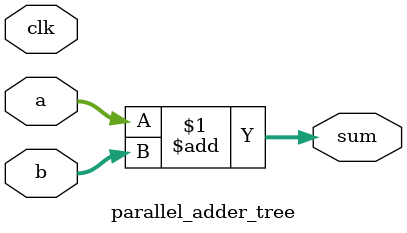
<source format=v>


module parallel_adder_tree (
    input [11:0] a,  // 9个8位数字输入
    input [11:0] b,
    input clk,
    output reg [17:0] sum // 结果
);

assign sum = a+b;

endmodule







</source>
